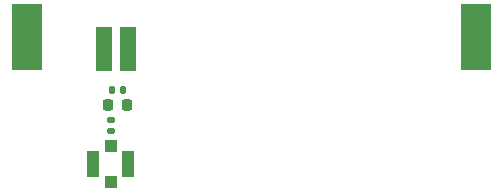
<source format=gbr>
%TF.GenerationSoftware,KiCad,Pcbnew,6.0.0+dfsg1-2*%
%TF.CreationDate,2022-02-08T13:21:29-05:00*%
%TF.ProjectId,RUSP_Antenna,52555350-5f41-46e7-9465-6e6e612e6b69,rev?*%
%TF.SameCoordinates,Original*%
%TF.FileFunction,Paste,Top*%
%TF.FilePolarity,Positive*%
%FSLAX46Y46*%
G04 Gerber Fmt 4.6, Leading zero omitted, Abs format (unit mm)*
G04 Created by KiCad (PCBNEW 6.0.0+dfsg1-2) date 2022-02-08 13:21:29*
%MOMM*%
%LPD*%
G01*
G04 APERTURE LIST*
G04 Aperture macros list*
%AMRoundRect*
0 Rectangle with rounded corners*
0 $1 Rounding radius*
0 $2 $3 $4 $5 $6 $7 $8 $9 X,Y pos of 4 corners*
0 Add a 4 corners polygon primitive as box body*
4,1,4,$2,$3,$4,$5,$6,$7,$8,$9,$2,$3,0*
0 Add four circle primitives for the rounded corners*
1,1,$1+$1,$2,$3*
1,1,$1+$1,$4,$5*
1,1,$1+$1,$6,$7*
1,1,$1+$1,$8,$9*
0 Add four rect primitives between the rounded corners*
20,1,$1+$1,$2,$3,$4,$5,0*
20,1,$1+$1,$4,$5,$6,$7,0*
20,1,$1+$1,$6,$7,$8,$9,0*
20,1,$1+$1,$8,$9,$2,$3,0*%
G04 Aperture macros list end*
%ADD10R,1.000000X1.000000*%
%ADD11R,1.050000X2.200000*%
%ADD12RoundRect,0.147500X-0.172500X0.147500X-0.172500X-0.147500X0.172500X-0.147500X0.172500X0.147500X0*%
%ADD13RoundRect,0.147500X-0.147500X-0.172500X0.147500X-0.172500X0.147500X0.172500X-0.147500X0.172500X0*%
%ADD14RoundRect,0.218750X-0.218750X-0.256250X0.218750X-0.256250X0.218750X0.256250X-0.218750X0.256250X0*%
%ADD15R,2.600000X5.600000*%
%ADD16R,1.400000X3.700000*%
G04 APERTURE END LIST*
D10*
%TO.C,J1*%
X132850000Y-101450000D03*
D11*
X131375000Y-102950000D03*
X134325000Y-102950000D03*
D10*
X132850000Y-104450000D03*
%TD*%
D12*
%TO.C,C1*%
X132850000Y-99215000D03*
X132850000Y-100185000D03*
%TD*%
D13*
%TO.C,C2*%
X132935000Y-96710000D03*
X133905000Y-96710000D03*
%TD*%
D14*
%TO.C,L1*%
X132622500Y-97960000D03*
X134197500Y-97960000D03*
%TD*%
D15*
%TO.C,AE1*%
X125800000Y-92250000D03*
X163800000Y-92250000D03*
D16*
X132300000Y-93250000D03*
X134300000Y-93250000D03*
%TD*%
M02*

</source>
